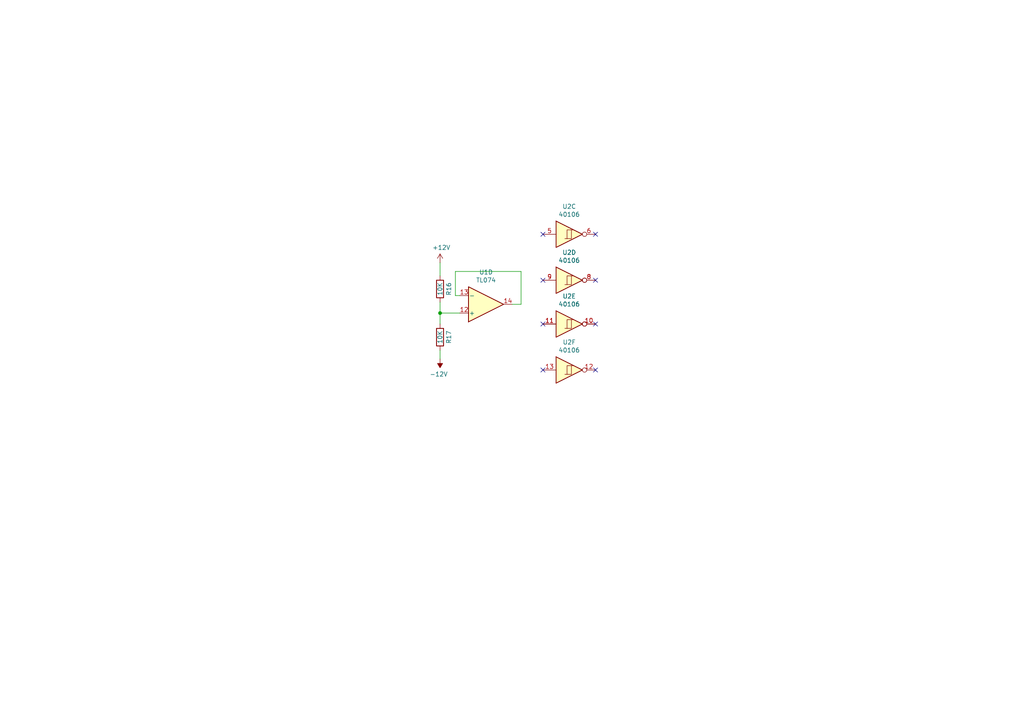
<source format=kicad_sch>
(kicad_sch (version 20211123) (generator eeschema)
  (paper "A4")
  (lib_symbols
    (symbol "4xxx:40106" (pin_names (offset 1.016))
      (property "Reference" "U" (at 0 1.27 0))
      (property "Value" "40106" (at 0 -1.27 0))
      (symbol "40106_1_0"
        (polyline (pts (xy -0.635 -1.27) (xy -0.635 1.27) (xy 0.635 1.27)))
        (polyline (pts (xy -3.81 3.81) (xy -3.81 -3.81) (xy 3.81 0) (xy -3.81 3.81)) (stroke (width 0.254)) (fill (type background)))
        (polyline (pts (xy -1.27 -1.27) (xy 0.635 -1.27) (xy 0.635 1.27) (xy 1.27 1.27)))
        (pin input line (at -7.62 0 0) (length 3.81) (name "~") (number "1"))
        (pin output inverted (at 7.62 0 180) (length 3.81) (name "~") (number "2"))
      )
      (symbol "40106_2_0"
        (polyline (pts (xy -0.635 -1.27) (xy -0.635 1.27) (xy 0.635 1.27)))
        (polyline (pts (xy -3.81 3.81) (xy -3.81 -3.81) (xy 3.81 0) (xy -3.81 3.81)) (stroke (width 0.254)) (fill (type background)))
        (polyline (pts (xy -1.27 -1.27) (xy 0.635 -1.27) (xy 0.635 1.27) (xy 1.27 1.27)))
        (pin input line (at -7.62 0 0) (length 3.81) (name "~") (number "3"))
        (pin output inverted (at 7.62 0 180) (length 3.81) (name "~") (number "4"))
      )
      (symbol "40106_3_0"
        (polyline (pts (xy -0.635 -1.27) (xy -0.635 1.27) (xy 0.635 1.27)))
        (polyline (pts (xy -3.81 3.81) (xy -3.81 -3.81) (xy 3.81 0) (xy -3.81 3.81)) (stroke (width 0.254)) (fill (type background)))
        (polyline (pts (xy -1.27 -1.27) (xy 0.635 -1.27) (xy 0.635 1.27) (xy 1.27 1.27)))
        (pin input line (at -7.62 0 0) (length 3.81) (name "~") (number "5"))
        (pin output inverted (at 7.62 0 180) (length 3.81) (name "~") (number "6"))
      )
      (symbol "40106_4_0"
        (polyline (pts (xy -0.635 -1.27) (xy -0.635 1.27) (xy 0.635 1.27)))
        (polyline (pts (xy -3.81 3.81) (xy -3.81 -3.81) (xy 3.81 0) (xy -3.81 3.81)) (stroke (width 0.254)) (fill (type background)))
        (polyline (pts (xy -1.27 -1.27) (xy 0.635 -1.27) (xy 0.635 1.27) (xy 1.27 1.27)))
        (pin output inverted (at 7.62 0 180) (length 3.81) (name "~") (number "8"))
        (pin input line (at -7.62 0 0) (length 3.81) (name "~") (number "9"))
      )
      (symbol "40106_5_0"
        (polyline (pts (xy -0.635 -1.27) (xy -0.635 1.27) (xy 0.635 1.27)))
        (polyline (pts (xy -3.81 3.81) (xy -3.81 -3.81) (xy 3.81 0) (xy -3.81 3.81)) (stroke (width 0.254)) (fill (type background)))
        (polyline (pts (xy -1.27 -1.27) (xy 0.635 -1.27) (xy 0.635 1.27) (xy 1.27 1.27)))
        (pin output inverted (at 7.62 0 180) (length 3.81) (name "~") (number "10"))
        (pin input line (at -7.62 0 0) (length 3.81) (name "~") (number "11"))
      )
      (symbol "40106_6_0"
        (polyline (pts (xy -0.635 -1.27) (xy -0.635 1.27) (xy 0.635 1.27)))
        (polyline (pts (xy -3.81 3.81) (xy -3.81 -3.81) (xy 3.81 0) (xy -3.81 3.81)) (stroke (width 0.254)) (fill (type background)))
        (polyline (pts (xy -1.27 -1.27) (xy 0.635 -1.27) (xy 0.635 1.27) (xy 1.27 1.27)))
        (pin output inverted (at 7.62 0 180) (length 3.81) (name "~") (number "12"))
        (pin input line (at -7.62 0 0) (length 3.81) (name "~") (number "13"))
      )
      (symbol "40106_7_0"
        (pin power_in line (at 0 12.7 270) (length 5.08) (name "VDD") (number "14"))
        (pin power_in line (at 0 -12.7 90) (length 5.08) (name "VSS") (number "7"))
      )
      (symbol "40106_7_1"
        (rectangle (start -5.08 7.62) (end 5.08 -7.62) (stroke (width 0.254)) (fill (type background)))
      )
    )
    (symbol "Amplifier_Operational:TL074" (pin_names (offset 0.127))
      (property "Reference" "U" (at 0 5.08 0))
      (property "Value" "TL074" (at 0 -5.08 0))
      (symbol "TL074_1_1"
        (polyline (pts (xy -5.08 5.08) (xy 5.08 0) (xy -5.08 -5.08) (xy -5.08 5.08)) (stroke (width 0.254)) (fill (type background)))
        (pin output line (at 7.62 0 180) (length 2.54) (name "~") (number "1"))
        (pin input line (at -7.62 -2.54 0) (length 2.54) (name "-") (number "2"))
        (pin input line (at -7.62 2.54 0) (length 2.54) (name "+") (number "3"))
      )
      (symbol "TL074_2_1"
        (polyline (pts (xy -5.08 5.08) (xy 5.08 0) (xy -5.08 -5.08) (xy -5.08 5.08)) (stroke (width 0.254)) (fill (type background)))
        (pin input line (at -7.62 2.54 0) (length 2.54) (name "+") (number "5"))
        (pin input line (at -7.62 -2.54 0) (length 2.54) (name "-") (number "6"))
        (pin output line (at 7.62 0 180) (length 2.54) (name "~") (number "7"))
      )
      (symbol "TL074_3_1"
        (polyline (pts (xy -5.08 5.08) (xy 5.08 0) (xy -5.08 -5.08) (xy -5.08 5.08)) (stroke (width 0.254)) (fill (type background)))
        (pin input line (at -7.62 2.54 0) (length 2.54) (name "+") (number "10"))
        (pin output line (at 7.62 0 180) (length 2.54) (name "~") (number "8"))
        (pin input line (at -7.62 -2.54 0) (length 2.54) (name "-") (number "9"))
      )
      (symbol "TL074_4_1"
        (polyline (pts (xy -5.08 5.08) (xy 5.08 0) (xy -5.08 -5.08) (xy -5.08 5.08)) (stroke (width 0.254)) (fill (type background)))
        (pin input line (at -7.62 2.54 0) (length 2.54) (name "+") (number "12"))
        (pin input line (at -7.62 -2.54 0) (length 2.54) (name "-") (number "13"))
        (pin output line (at 7.62 0 180) (length 2.54) (name "~") (number "14"))
      )
      (symbol "TL074_5_1"
        (pin power_in line (at -2.54 -7.62 90) (length 3.81) (name "V-") (number "11"))
        (pin power_in line (at -2.54 7.62 270) (length 3.81) (name "V+") (number "4"))
      )
    )
    (symbol "Device:R" (pin_numbers hide) (pin_names (offset 0))
      (property "Reference" "R" (at 2.032 0 90))
      (property "Value" "R" (at 0 0 90))
      (symbol "R_0_1"
        (rectangle (start -1.016 -2.54) (end 1.016 2.54) (stroke (width 0.254)))
      )
      (symbol "R_1_1"
        (pin passive line (at 0 3.81 270) (length 1.27) (name "~") (number "1"))
        (pin passive line (at 0 -3.81 90) (length 1.27) (name "~") (number "2"))
      )
    )
    (symbol "power:+12V" (power) (pin_names (offset 0))
      (property "Value" "+12V" (at 0 3.556 0))
      (symbol "+12V_0_1"
        (polyline (pts (xy -0.762 1.27) (xy 0 2.54)))
        (polyline (pts (xy 0 0) (xy 0 2.54)))
        (polyline (pts (xy 0 2.54) (xy 0.762 1.27)))
      )
      (symbol "+12V_1_1"
        (pin power_in line (at 0 0 90) (length 0) hide (name "+12V") (number "1"))
      )
    )
    (symbol "power:-12V" (power) (pin_names (offset 0))
      (property "Value" "-12V" (at 0 3.81 0))
      (symbol "-12V_0_0"
        (pin power_in line (at 0 0 90) (length 0) hide (name "-12V") (number "1"))
      )
      (symbol "-12V_0_1"
        (polyline (pts (xy 0 0) (xy 0 1.27) (xy 0.762 1.27) (xy 0 2.54) (xy -0.762 1.27) (xy 0 1.27)) (fill (type outline)))
      )
    )
  )
  (junction (at 127.635 90.805))
  (no_connect (at 157.48 93.98))
  (no_connect (at 172.72 93.98))
  (no_connect (at 157.48 81.28))
  (no_connect (at 172.72 67.945))
  (no_connect (at 157.48 107.315))
  (no_connect (at 172.72 107.315))
  (no_connect (at 172.72 81.28))
  (no_connect (at 157.48 67.945))
  (wire (pts (xy 132.08 85.725) (xy 132.08 78.74)))
  (wire (pts (xy 133.35 85.725) (xy 132.08 85.725)))
  (wire (pts (xy 151.13 88.265) (xy 148.59 88.265)))
  (wire (pts (xy 127.635 76.2) (xy 127.635 80.01)))
  (wire (pts (xy 133.35 90.805) (xy 127.635 90.805)))
  (wire (pts (xy 132.08 78.74) (xy 151.13 78.74)))
  (wire (pts (xy 127.635 87.63) (xy 127.635 90.805)))
  (wire (pts (xy 151.13 78.74) (xy 151.13 88.265)))
  (wire (pts (xy 127.635 90.805) (xy 127.635 93.98)))
  (wire (pts (xy 127.635 101.6) (xy 127.635 104.14)))
  (symbol (lib_id "Amplifier_Operational:TL074") (at 140.97 88.265 0) (mirror x) (unit 4)
    (property "Reference" "U1" (at 140.97 78.9432 0))
    (property "Value" "TL074" (at 140.97 81.2546 0))
    (property "Footprint" "Package_DIP:DIP-14_W7.62mm_Socket" (effects hide))
    (property "Datasheet" "https://assets.nexperia.com/documents/data-sheet/HEF40106B.pdf" (effects hide))
  )
  (symbol (lib_id "Device:R") (at 127.635 97.79 180) (unit 1)
    (property "Reference" "R17" (at 130.175 97.79 90))
    (property "Value" "10K" (at 127.635 97.79 90))
    (property "Footprint" "Resistor_THT:R_Axial_DIN0207_L6.3mm_D2.5mm_P7.62mm_Horizontal" (effects hide))
  )
  (symbol (lib_id "Device:R") (at 127.635 83.82 180) (unit 1)
    (property "Reference" "R16" (at 130.175 83.82 90))
    (property "Value" "10K" (at 127.635 83.82 90))
    (property "Footprint" "Resistor_THT:R_Axial_DIN0207_L6.3mm_D2.5mm_P7.62mm_Horizontal" (effects hide))
  )
  (symbol (lib_id "power:+12V") (at 127.635 76.2 0) (unit 1)
    (property "Reference" "#PWR031" (effects hide))
    (property "Value" "+12V" (at 128.016 71.8058 0))
  )
  (symbol (lib_id "power:-12V") (at 127.635 104.14 180) (unit 1)
    (property "Reference" "#PWR032" (effects hide))
    (property "Value" "-12V" (at 127.254 108.5342 0))
  )
  (symbol (lib_id "4xxx:40106") (at 165.1 81.28 0) (unit 4)
    (property "Reference" "U2" (at 165.1 73.2282 0))
    (property "Value" "40106" (at 165.1 75.5396 0))
    (property "Datasheet" "https://assets.nexperia.com/documents/data-sheet/HEF40106B.pdf" (effects hide))
  )
  (symbol (lib_id "4xxx:40106") (at 165.1 107.315 0) (unit 6)
    (property "Reference" "U2" (at 165.1 99.2632 0))
    (property "Value" "40106" (at 165.1 101.5746 0))
    (property "Datasheet" "https://assets.nexperia.com/documents/data-sheet/HEF40106B.pdf" (effects hide))
  )
  (symbol (lib_id "4xxx:40106") (at 165.1 67.945 0) (unit 3)
    (property "Reference" "U2" (at 165.1 59.8932 0))
    (property "Value" "40106" (at 165.1 62.2046 0))
    (property "Datasheet" "https://assets.nexperia.com/documents/data-sheet/HEF40106B.pdf" (effects hide))
  )
  (symbol (lib_id "4xxx:40106") (at 165.1 93.98 0) (unit 5)
    (property "Reference" "U2" (at 165.1 85.9282 0))
    (property "Value" "40106" (at 165.1 88.2396 0))
    (property "Datasheet" "https://assets.nexperia.com/documents/data-sheet/HEF40106B.pdf" (effects hide))
  )
)
</source>
